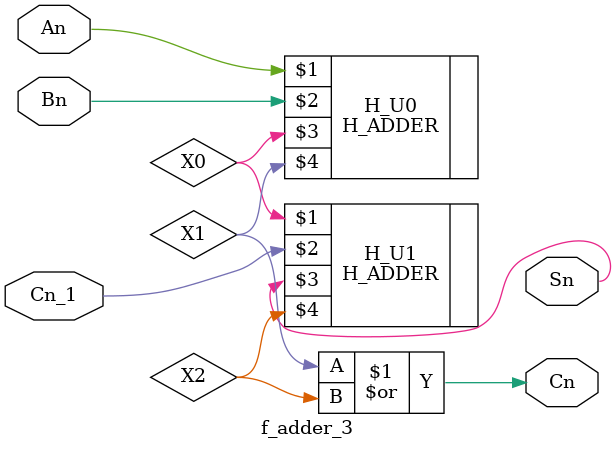
<source format=v>
module f_adder_3(An, Bn, Cn_1, Sn, Cn);
	input An, Bn, Cn_1;
	output Sn, Cn;
	
	H_ADDER H_U0(An, Bn, X0, X1);
	H_ADDER H_U1(X0, Cn_1, Sn, X2);
	or(Cn, X1, X2);
endmodule
</source>
